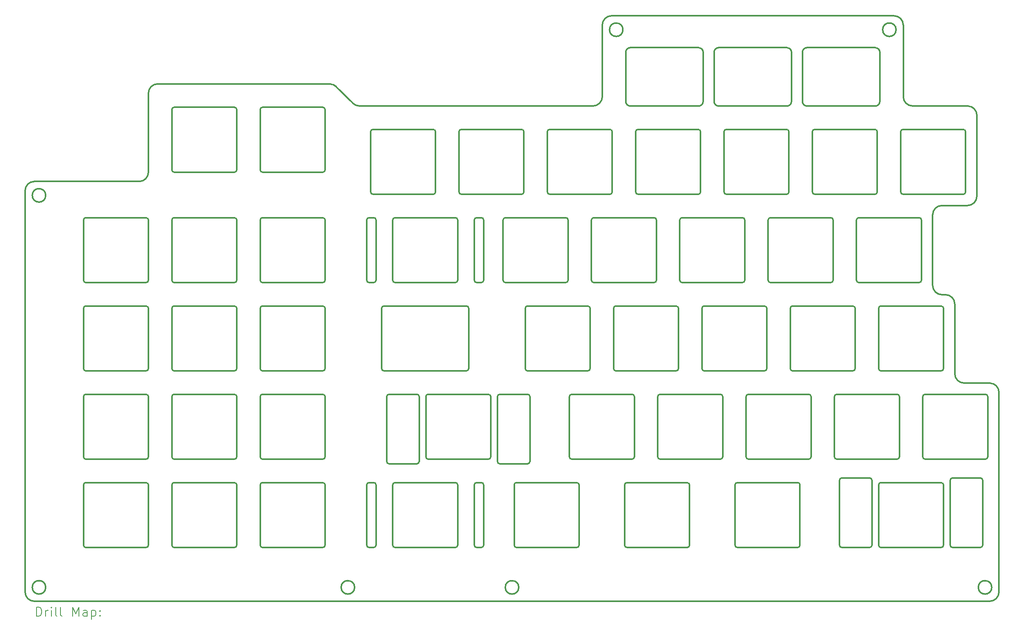
<source format=gbr>
%FSLAX45Y45*%
G04 Gerber Fmt 4.5, Leading zero omitted, Abs format (unit mm)*
G04 Created by KiCad (PCBNEW (6.0.5)) date 2022-07-28 20:29:28*
%MOMM*%
%LPD*%
G01*
G04 APERTURE LIST*
%TA.AperFunction,Profile*%
%ADD10C,0.300000*%
%TD*%
%ADD11C,0.200000*%
G04 APERTURE END LIST*
D10*
X10985620Y-9115000D02*
G75*
G03*
X10935625Y-9065000I-50000J0D01*
G01*
X13793125Y-7160000D02*
X12493125Y-7160000D01*
X18634375Y-8510000D02*
X18634375Y-7210000D01*
X21541875Y-5254995D02*
G75*
G03*
X21491875Y-5305000I5J-50005D01*
G01*
X9635625Y-7159995D02*
G75*
G03*
X9585625Y-7210000I5J-50005D01*
G01*
X9080620Y-12925000D02*
G75*
G03*
X9030625Y-12875000I-50000J0D01*
G01*
X23446875Y-5255000D02*
X24746875Y-5255000D01*
X11966880Y-6605000D02*
G75*
G03*
X12016875Y-6655000I50000J0D01*
G01*
X13871880Y-6605000D02*
G75*
G03*
X13921875Y-6655000I50000J0D01*
G01*
X18555625Y-10465005D02*
G75*
G03*
X18605625Y-10415000I-5J50005D01*
G01*
X15300630Y-10415000D02*
G75*
G03*
X15350625Y-10465000I50000J0D01*
G01*
X5825625Y-9064995D02*
G75*
G03*
X5775625Y-9115000I5J-50005D01*
G01*
X7175625Y-7210000D02*
X7175625Y-8510000D01*
X7125625Y-14275000D02*
X5825625Y-14275000D01*
X9585625Y-7210000D02*
X9585625Y-8510000D01*
X12493125Y-12874995D02*
G75*
G03*
X12443125Y-12925000I5J-50005D01*
G01*
X21463120Y-11020000D02*
G75*
G03*
X21413125Y-10970000I-50000J0D01*
G01*
X17467470Y-4652200D02*
G75*
G03*
X17567475Y-4752200I100000J0D01*
G01*
X22726825Y-14275000D02*
X22126825Y-14275000D01*
X14403125Y-14225000D02*
X14403125Y-12925000D01*
X19508125Y-12370005D02*
G75*
G03*
X19558125Y-12320000I-5J50005D01*
G01*
X12083120Y-12925000D02*
G75*
G03*
X12033125Y-12875000I-50000J0D01*
G01*
X10935625Y-14275005D02*
G75*
G03*
X10985625Y-14225000I-5J50005D01*
G01*
X14353125Y-8560005D02*
G75*
G03*
X14403125Y-8510000I-5J50005D01*
G01*
X22076830Y-14225000D02*
G75*
G03*
X22126825Y-14275000I50000J0D01*
G01*
X14507500Y-12370000D02*
X13207500Y-12370000D01*
X11883130Y-8510000D02*
G75*
G03*
X11933125Y-8560000I50000J0D01*
G01*
X17176870Y-5305000D02*
G75*
G03*
X17126875Y-5255000I-50000J0D01*
G01*
X13843120Y-12925000D02*
G75*
G03*
X13793125Y-12875000I-50000J0D01*
G01*
X15401300Y-11020000D02*
G75*
G03*
X15351300Y-10970000I-50010J-10D01*
G01*
X9080625Y-9115000D02*
X9080625Y-10415000D01*
X14081250Y-9115000D02*
G75*
G03*
X14031250Y-9065000I-50010J-10D01*
G01*
X14203125Y-8510000D02*
X14203125Y-7210000D01*
X7730625Y-4778745D02*
G75*
G03*
X7680625Y-4828750I5J-50005D01*
G01*
X21015625Y-10415000D02*
X21015625Y-9115000D01*
X15221875Y-5255000D02*
X13921875Y-5255000D01*
X13843125Y-8510000D02*
X13843125Y-7210000D01*
X9030625Y-12370000D02*
X7730625Y-12370000D01*
X7175625Y-4473750D02*
X7175625Y-6178750D01*
X19160625Y-9064995D02*
G75*
G03*
X19110625Y-9115000I5J-50005D01*
G01*
X21939370Y-7210000D02*
G75*
G03*
X21889375Y-7160000I-50000J0D01*
G01*
X15776880Y-6605000D02*
G75*
G03*
X15826875Y-6655000I50000J0D01*
G01*
X9635625Y-10969995D02*
G75*
G03*
X9585625Y-11020000I5J-50005D01*
G01*
X10935625Y-6178755D02*
G75*
G03*
X10985625Y-6128750I-5J50005D01*
G01*
X15112500Y-12875000D02*
X16412500Y-12875000D01*
X24320620Y-12925000D02*
G75*
G03*
X24270625Y-12875000I-50000J0D01*
G01*
X18684375Y-7160000D02*
X19984375Y-7160000D01*
X21491880Y-6605000D02*
G75*
G03*
X21541875Y-6655000I50000J0D01*
G01*
X13013700Y-12420000D02*
X13013700Y-11020000D01*
X12016875Y-5254995D02*
G75*
G03*
X11966875Y-5305000I5J-50005D01*
G01*
X12033125Y-12875000D02*
X11933125Y-12875000D01*
X16762475Y-4750000D02*
X11724606Y-4750000D01*
X9030625Y-6178750D02*
X7730625Y-6178750D01*
X25114425Y-14275000D02*
X24514425Y-14275000D01*
X20034370Y-7210000D02*
G75*
G03*
X19984375Y-7160000I-50000J0D01*
G01*
X23446875Y-5254995D02*
G75*
G03*
X23396875Y-5305000I5J-50005D01*
G01*
X12443125Y-7210000D02*
X12443125Y-8510000D01*
X11966875Y-6605000D02*
X11966875Y-5305000D01*
X23297475Y-3105000D02*
G75*
G03*
X23297475Y-3105000I-145000J0D01*
G01*
X13316875Y-6655000D02*
X12016875Y-6655000D01*
X4515620Y-15235000D02*
G75*
G03*
X4715625Y-15435000I200000J0D01*
G01*
X7730625Y-12874995D02*
G75*
G03*
X7680625Y-12925000I5J-50005D01*
G01*
X23452475Y-4550000D02*
X23452475Y-3005000D01*
X17567475Y-4752200D02*
X19037475Y-4752200D01*
X7175620Y-7210000D02*
G75*
G03*
X7125625Y-7160000I-50000J0D01*
G01*
X15351300Y-12470000D02*
X14751300Y-12470000D01*
X16729375Y-7210000D02*
X16729375Y-8510000D01*
X19636875Y-5254995D02*
G75*
G03*
X19586875Y-5305000I5J-50005D01*
G01*
X18079375Y-7160000D02*
X16779375Y-7160000D01*
X15401300Y-11020000D02*
X15401300Y-12420000D01*
X13207500Y-10970000D02*
G75*
G03*
X13157500Y-11020000I0J-50000D01*
G01*
X16224375Y-8510000D02*
X16224375Y-7210000D01*
X21541875Y-5255000D02*
X22841875Y-5255000D01*
X17493750Y-12875000D02*
X18793750Y-12875000D01*
X9635625Y-12370000D02*
X10935625Y-12370000D01*
X22444380Y-8510000D02*
G75*
G03*
X22494375Y-8560000I50000J0D01*
G01*
X7125625Y-12370000D02*
X5825625Y-12370000D01*
X9030625Y-14275005D02*
G75*
G03*
X9080625Y-14225000I-5J50005D01*
G01*
X14403120Y-12925000D02*
G75*
G03*
X14353125Y-12875000I-50000J0D01*
G01*
X24796870Y-5305000D02*
G75*
G03*
X24746875Y-5255000I-50000J0D01*
G01*
X22415620Y-9115000D02*
G75*
G03*
X22365625Y-9065000I-50000J0D01*
G01*
X22970625Y-9064995D02*
G75*
G03*
X22920625Y-9115000I5J-50005D01*
G01*
X18158130Y-12320000D02*
G75*
G03*
X18208125Y-12370000I50000J0D01*
G01*
X4960625Y-15135000D02*
G75*
G03*
X4960625Y-15135000I-145000J0D01*
G01*
X20589375Y-7160000D02*
X21889375Y-7160000D01*
X22365625Y-10465000D02*
X21065625Y-10465000D01*
X11883130Y-14225000D02*
G75*
G03*
X11933125Y-14275000I50000J0D01*
G01*
X5825625Y-12874995D02*
G75*
G03*
X5775625Y-12925000I5J-50005D01*
G01*
X12443130Y-8510000D02*
G75*
G03*
X12493125Y-8560000I50000J0D01*
G01*
X10935625Y-7160000D02*
X9635625Y-7160000D01*
X9030625Y-10465000D02*
X7730625Y-10465000D01*
X20063130Y-12320000D02*
G75*
G03*
X20113125Y-12370000I50000J0D01*
G01*
X10985620Y-12925000D02*
G75*
G03*
X10935625Y-12875000I-50000J0D01*
G01*
X7375625Y-4273755D02*
G75*
G03*
X7175625Y-4473750I-5J-199995D01*
G01*
X20539375Y-8510000D02*
X20539375Y-7210000D01*
X21968130Y-12320000D02*
G75*
G03*
X22018125Y-12370000I50000J0D01*
G01*
X5775625Y-8510000D02*
X5775625Y-7210000D01*
X7730625Y-4778750D02*
X9030625Y-4778750D01*
X16729380Y-8510000D02*
G75*
G03*
X16779375Y-8560000I50000J0D01*
G01*
X7175625Y-11020000D02*
X7175625Y-12320000D01*
X21889375Y-8560005D02*
G75*
G03*
X21939375Y-8510000I-5J50005D01*
G01*
X19875000Y-12875000D02*
G75*
G03*
X19825000Y-12925000I0J-50000D01*
G01*
X11933125Y-14275000D02*
X12033125Y-14275000D01*
X17681875Y-5305000D02*
X17681875Y-6605000D01*
X15062500Y-14225000D02*
G75*
G03*
X15112500Y-14275000I50010J10D01*
G01*
X9080625Y-8510000D02*
X9080625Y-7210000D01*
X19875000Y-14275000D02*
X21175000Y-14275000D01*
X24464430Y-14225000D02*
G75*
G03*
X24514425Y-14275000I50000J0D01*
G01*
X23873130Y-12320000D02*
G75*
G03*
X23923125Y-12370000I50000J0D01*
G01*
X9585625Y-12925000D02*
X9585625Y-14225000D01*
X10985625Y-9115000D02*
X10985625Y-10415000D01*
X7680625Y-14225000D02*
X7680625Y-12925000D01*
X10985625Y-6128750D02*
X10985625Y-4828750D01*
X23368120Y-11020000D02*
G75*
G03*
X23318125Y-10970000I-50000J0D01*
G01*
X19558125Y-11020000D02*
X19558125Y-12320000D01*
X20539380Y-8510000D02*
G75*
G03*
X20589375Y-8560000I50000J0D01*
G01*
X25360625Y-15135000D02*
G75*
G03*
X25360625Y-15135000I-145000J0D01*
G01*
X14751300Y-10970000D02*
X15351300Y-10970000D01*
X15350625Y-10465000D02*
X16650625Y-10465000D01*
X22776820Y-12825000D02*
G75*
G03*
X22726825Y-12775000I-50000J0D01*
G01*
X16650625Y-10465005D02*
G75*
G03*
X16700625Y-10415000I-5J50005D01*
G01*
X5775630Y-14225000D02*
G75*
G03*
X5825625Y-14275000I50000J0D01*
G01*
X4960625Y-6678750D02*
G75*
G03*
X4960625Y-6678750I-145000J0D01*
G01*
X23923125Y-10970000D02*
X25223125Y-10970000D01*
X12205000Y-10415000D02*
G75*
G03*
X12255000Y-10465000I50010J10D01*
G01*
X13157500Y-12320000D02*
G75*
G03*
X13207500Y-12370000I50010J10D01*
G01*
X16174375Y-8560005D02*
G75*
G03*
X16224375Y-8510000I-5J50005D01*
G01*
X17731875Y-5254995D02*
G75*
G03*
X17681875Y-5305000I5J-50005D01*
G01*
X19636875Y-5255000D02*
X20936875Y-5255000D01*
X21491875Y-6605000D02*
X21491875Y-5305000D01*
X13207500Y-10970000D02*
X14507500Y-10970000D01*
X14874375Y-8560000D02*
X16174375Y-8560000D01*
X16779375Y-7159995D02*
G75*
G03*
X16729375Y-7210000I5J-50005D01*
G01*
X19472475Y-3492205D02*
G75*
G03*
X19372475Y-3592200I-5J-99995D01*
G01*
X14701300Y-12420000D02*
X14701300Y-11020000D01*
X19081875Y-6605000D02*
X19081875Y-5305000D01*
X22365625Y-10465005D02*
G75*
G03*
X22415625Y-10415000I-5J50005D01*
G01*
X25515625Y-15235000D02*
X25515625Y-10927500D01*
X14353125Y-8560000D02*
X14253125Y-8560000D01*
X15826875Y-5254995D02*
G75*
G03*
X15776875Y-5305000I5J-50005D01*
G01*
X24320625Y-10415000D02*
X24320625Y-9115000D01*
X9080625Y-12925000D02*
X9080625Y-14225000D01*
X19586875Y-6605000D02*
X19586875Y-5305000D01*
X6975625Y-6378750D02*
X4715625Y-6378750D01*
X18129375Y-8510000D02*
X18129375Y-7210000D01*
X20942475Y-3492200D02*
X19472475Y-3492200D01*
X6975625Y-6378745D02*
G75*
G03*
X7175625Y-6178750I5J199995D01*
G01*
X14081250Y-10415000D02*
X14081250Y-9115000D01*
X16253125Y-11020000D02*
X16253125Y-12320000D01*
X12313700Y-12420000D02*
G75*
G03*
X12363700Y-12470000I50010J10D01*
G01*
X21015630Y-10415000D02*
G75*
G03*
X21065625Y-10465000I50000J0D01*
G01*
X14031250Y-10465000D02*
G75*
G03*
X14081250Y-10415000I0J50000D01*
G01*
X21277470Y-4652200D02*
G75*
G03*
X21377475Y-4752200I100000J0D01*
G01*
X18843750Y-12925000D02*
G75*
G03*
X18793750Y-12875000I-50010J-10D01*
G01*
X24270625Y-14275005D02*
G75*
G03*
X24320625Y-14225000I-5J50005D01*
G01*
X19472475Y-4752200D02*
X20942475Y-4752200D01*
X24514425Y-12774995D02*
G75*
G03*
X24464425Y-12825000I5J-50005D01*
G01*
X15351300Y-12470000D02*
G75*
G03*
X15401300Y-12420000I0J50000D01*
G01*
X9585630Y-12320000D02*
G75*
G03*
X9635625Y-12370000I50000J0D01*
G01*
X9080620Y-9115000D02*
G75*
G03*
X9030625Y-9065000I-50000J0D01*
G01*
X22776825Y-12825000D02*
X22776825Y-14225000D01*
X16174375Y-7160000D02*
X14874375Y-7160000D01*
X10985625Y-14225000D02*
X10985625Y-12925000D01*
X23794375Y-7160000D02*
X22494375Y-7160000D01*
X9635625Y-12874995D02*
G75*
G03*
X9585625Y-12925000I5J-50005D01*
G01*
X7175625Y-9115000D02*
X7175625Y-10415000D01*
X12083125Y-8510000D02*
X12083125Y-7210000D01*
X19984375Y-8560005D02*
G75*
G03*
X20034375Y-8510000I-5J50005D01*
G01*
X19081870Y-5305000D02*
G75*
G03*
X19031875Y-5255000I-50000J0D01*
G01*
X5775630Y-10415000D02*
G75*
G03*
X5825625Y-10465000I50000J0D01*
G01*
X13366875Y-5305000D02*
X13366875Y-6605000D01*
X4715625Y-6378755D02*
G75*
G03*
X4515625Y-6578750I-5J-199995D01*
G01*
X9030625Y-12370005D02*
G75*
G03*
X9080625Y-12320000I-5J50005D01*
G01*
X7730625Y-9065000D02*
X9030625Y-9065000D01*
X7730625Y-10970000D02*
X9030625Y-10970000D01*
X13366870Y-5305000D02*
G75*
G03*
X13316875Y-5255000I-50000J0D01*
G01*
X24563120Y-10527500D02*
G75*
G03*
X24763125Y-10727500I200000J0D01*
G01*
X12033125Y-7160000D02*
X11933125Y-7160000D01*
X23794375Y-8560005D02*
G75*
G03*
X23844375Y-8510000I-5J50005D01*
G01*
X22076825Y-14225000D02*
X22076825Y-12825000D01*
X19372475Y-3592200D02*
X19372475Y-4652200D01*
X12493125Y-7159995D02*
G75*
G03*
X12443125Y-7210000I5J-50005D01*
G01*
X16253130Y-12320000D02*
G75*
G03*
X16303125Y-12370000I50000J0D01*
G01*
X25273120Y-11020000D02*
G75*
G03*
X25223125Y-10970000I-50000J0D01*
G01*
X18843750Y-12925000D02*
X18843750Y-14225000D01*
X22847475Y-4752195D02*
G75*
G03*
X22947475Y-4652200I5J99995D01*
G01*
X7125625Y-8560005D02*
G75*
G03*
X7175625Y-8510000I-5J50005D01*
G01*
X23396880Y-6605000D02*
G75*
G03*
X23446875Y-6655000I50000J0D01*
G01*
X21377475Y-3492205D02*
G75*
G03*
X21277475Y-3592200I-5J-99995D01*
G01*
X19037475Y-4752195D02*
G75*
G03*
X19137475Y-4652200I5J99995D01*
G01*
X19508125Y-12370000D02*
X18208125Y-12370000D01*
X23873125Y-12320000D02*
X23873125Y-11020000D01*
X16650625Y-9065000D02*
X15350625Y-9065000D01*
X13921875Y-6655000D02*
X15221875Y-6655000D01*
X16700625Y-10415000D02*
X16700625Y-9115000D01*
X17205625Y-9115000D02*
X17205625Y-10415000D01*
X5825625Y-9065000D02*
X7125625Y-9065000D01*
X19586880Y-6605000D02*
G75*
G03*
X19636875Y-6655000I50000J0D01*
G01*
X24796875Y-5305000D02*
X24796875Y-6605000D01*
X19031875Y-6655005D02*
G75*
G03*
X19081875Y-6605000I-5J50005D01*
G01*
X18605625Y-10415000D02*
X18605625Y-9115000D01*
X18555625Y-9065000D02*
X17255625Y-9065000D01*
X20589375Y-7159995D02*
G75*
G03*
X20539375Y-7210000I5J-50005D01*
G01*
X24746875Y-6655000D02*
X23446875Y-6655000D01*
X18079375Y-8560005D02*
G75*
G03*
X18129375Y-8510000I-5J50005D01*
G01*
X14253125Y-7159995D02*
G75*
G03*
X14203125Y-7210000I5J-50005D01*
G01*
X22920625Y-12925000D02*
X22920625Y-14225000D01*
X7680630Y-10415000D02*
G75*
G03*
X7730625Y-10465000I50000J0D01*
G01*
X12255000Y-10465000D02*
X14031250Y-10465000D01*
X16962475Y-3005000D02*
X16962475Y-4550000D01*
X11583184Y-4691422D02*
G75*
G03*
X11724606Y-4750000I141416J141412D01*
G01*
X9635625Y-6178750D02*
X10935625Y-6178750D01*
X17176875Y-5305000D02*
X17176875Y-6605000D01*
X24270625Y-12875000D02*
X22970625Y-12875000D01*
X5825625Y-10969995D02*
G75*
G03*
X5775625Y-11020000I5J-50005D01*
G01*
X19372470Y-4652200D02*
G75*
G03*
X19472475Y-4752200I100000J0D01*
G01*
X22444375Y-7210000D02*
X22444375Y-8510000D01*
X19825000Y-14225000D02*
G75*
G03*
X19875000Y-14275000I50010J10D01*
G01*
X9080625Y-11020000D02*
X9080625Y-12320000D01*
X14031250Y-9065000D02*
X12255000Y-9065000D01*
X13871875Y-5305000D02*
X13871875Y-6605000D01*
X20113125Y-10969995D02*
G75*
G03*
X20063125Y-11020000I5J-50005D01*
G01*
X20510625Y-9115000D02*
X20510625Y-10415000D01*
X25039380Y-4950000D02*
G75*
G03*
X24839375Y-4750000I-200000J0D01*
G01*
X10935625Y-8560005D02*
G75*
G03*
X10985625Y-8510000I-5J50005D01*
G01*
X22947480Y-3592200D02*
G75*
G03*
X22847475Y-3492200I-100000J0D01*
G01*
X5825625Y-10970000D02*
X7125625Y-10970000D01*
X25223125Y-12370000D02*
X23923125Y-12370000D01*
X12963700Y-12470000D02*
G75*
G03*
X13013700Y-12420000I0J50000D01*
G01*
X14824380Y-8510000D02*
G75*
G03*
X14874375Y-8560000I50000J0D01*
G01*
X17567475Y-3492205D02*
G75*
G03*
X17467475Y-3592200I-5J-99995D01*
G01*
X13793125Y-8560005D02*
G75*
G03*
X13843125Y-8510000I-5J50005D01*
G01*
X5775630Y-8510000D02*
G75*
G03*
X5825625Y-8560000I50000J0D01*
G01*
X24270625Y-10465005D02*
G75*
G03*
X24320625Y-10415000I-5J50005D01*
G01*
X14403125Y-7210000D02*
X14403125Y-8510000D01*
X15271870Y-5305000D02*
G75*
G03*
X15221875Y-5255000I-50000J0D01*
G01*
X12443125Y-14225000D02*
X12443125Y-12925000D01*
X24086870Y-8622500D02*
G75*
G03*
X24286875Y-8822500I200000J0D01*
G01*
X14253125Y-7160000D02*
X14353125Y-7160000D01*
X21463125Y-12320000D02*
X21463125Y-11020000D01*
X9030625Y-14275000D02*
X7730625Y-14275000D01*
X24286875Y-6897500D02*
X24839375Y-6897500D01*
X19037475Y-3492200D02*
X17567475Y-3492200D01*
X16762475Y-4749995D02*
G75*
G03*
X16962475Y-4550000I5J199995D01*
G01*
X22018125Y-10969995D02*
G75*
G03*
X21968125Y-11020000I5J-50005D01*
G01*
X9585630Y-8510000D02*
G75*
G03*
X9635625Y-8560000I50000J0D01*
G01*
X5825625Y-7160000D02*
X7125625Y-7160000D01*
X22494375Y-7159995D02*
G75*
G03*
X22444375Y-7210000I5J-50005D01*
G01*
X12033125Y-14275005D02*
G75*
G03*
X12083125Y-14225000I-5J50005D01*
G01*
X16462500Y-12925000D02*
G75*
G03*
X16412500Y-12875000I-50010J-10D01*
G01*
X10935625Y-4778750D02*
X9635625Y-4778750D01*
X11933125Y-8560000D02*
X12033125Y-8560000D01*
X14203125Y-12925000D02*
X14203125Y-14225000D01*
X15350625Y-9064995D02*
G75*
G03*
X15300625Y-9115000I5J-50005D01*
G01*
X19110630Y-10415000D02*
G75*
G03*
X19160625Y-10465000I50000J0D01*
G01*
X25273125Y-11020000D02*
X25273125Y-12320000D01*
X21065625Y-9065000D02*
X22365625Y-9065000D01*
X12493125Y-8560000D02*
X13793125Y-8560000D01*
X20460625Y-10465005D02*
G75*
G03*
X20510625Y-10415000I-5J50005D01*
G01*
X7125625Y-12370005D02*
G75*
G03*
X7175625Y-12320000I-5J50005D01*
G01*
X19160625Y-9065000D02*
X20460625Y-9065000D01*
X23452470Y-4550000D02*
G75*
G03*
X23652475Y-4750000I200000J0D01*
G01*
X22920630Y-10415000D02*
G75*
G03*
X22970625Y-10465000I50000J0D01*
G01*
X18605620Y-9115000D02*
G75*
G03*
X18555625Y-9065000I-50000J0D01*
G01*
X19110625Y-10415000D02*
X19110625Y-9115000D01*
X25039375Y-6697500D02*
X25039375Y-4950000D01*
X9080620Y-7210000D02*
G75*
G03*
X9030625Y-7160000I-50000J0D01*
G01*
X11883125Y-12925000D02*
X11883125Y-14225000D01*
X5775630Y-12320000D02*
G75*
G03*
X5825625Y-12370000I50000J0D01*
G01*
X18208125Y-10969995D02*
G75*
G03*
X18158125Y-11020000I5J-50005D01*
G01*
X21277475Y-3592200D02*
X21277475Y-4652200D01*
X9080620Y-11020000D02*
G75*
G03*
X9030625Y-10970000I-50000J0D01*
G01*
X18208125Y-10970000D02*
X19508125Y-10970000D01*
X4715625Y-15435000D02*
X25315625Y-15435000D01*
X5775625Y-10415000D02*
X5775625Y-9115000D01*
X24839375Y-4750000D02*
X23652475Y-4750000D01*
X7125625Y-14275005D02*
G75*
G03*
X7175625Y-14225000I-5J50005D01*
G01*
X18684375Y-7159995D02*
G75*
G03*
X18634375Y-7210000I5J-50005D01*
G01*
X10985620Y-7210000D02*
G75*
G03*
X10935625Y-7160000I-50000J0D01*
G01*
X11224093Y-4332328D02*
G75*
G03*
X11082671Y-4273750I-141413J-141402D01*
G01*
X23368125Y-11020000D02*
X23368125Y-12320000D01*
X12033125Y-8560005D02*
G75*
G03*
X12083125Y-8510000I-5J50005D01*
G01*
X13921875Y-5254995D02*
G75*
G03*
X13871875Y-5305000I5J-50005D01*
G01*
X11082671Y-4273750D02*
X7375625Y-4273750D01*
X15826875Y-5255000D02*
X17126875Y-5255000D01*
X17255625Y-9064995D02*
G75*
G03*
X17205625Y-9115000I5J-50005D01*
G01*
X13843120Y-7210000D02*
G75*
G03*
X13793125Y-7160000I-50000J0D01*
G01*
X9030625Y-6178755D02*
G75*
G03*
X9080625Y-6128750I-5J50005D01*
G01*
X12493125Y-12875000D02*
X13793125Y-12875000D01*
X7730625Y-8560000D02*
X9030625Y-8560000D01*
X14353125Y-12875000D02*
X14253125Y-12875000D01*
X21175000Y-12875000D02*
X19875000Y-12875000D01*
X22126825Y-12775000D02*
X22726825Y-12775000D01*
X21175000Y-14275000D02*
G75*
G03*
X21225000Y-14225000I0J50000D01*
G01*
X12016875Y-5255000D02*
X13316875Y-5255000D01*
X9635625Y-8560000D02*
X10935625Y-8560000D01*
X9585630Y-6128750D02*
G75*
G03*
X9635625Y-6178750I50000J0D01*
G01*
X15221875Y-6655005D02*
G75*
G03*
X15271875Y-6605000I-5J50005D01*
G01*
X14824375Y-7210000D02*
X14824375Y-8510000D01*
X7730625Y-10969995D02*
G75*
G03*
X7680625Y-11020000I5J-50005D01*
G01*
X23396875Y-6605000D02*
X23396875Y-5305000D01*
X24839375Y-6897495D02*
G75*
G03*
X25039375Y-6697500I5J199995D01*
G01*
X25515630Y-10927500D02*
G75*
G03*
X25315625Y-10727500I-200000J0D01*
G01*
X24270625Y-9065000D02*
X22970625Y-9065000D01*
X10985620Y-11020000D02*
G75*
G03*
X10935625Y-10970000I-50000J0D01*
G01*
X7680625Y-6128750D02*
X7680625Y-4828750D01*
X9585625Y-11020000D02*
X9585625Y-12320000D01*
X10935625Y-12370005D02*
G75*
G03*
X10985625Y-12320000I-5J50005D01*
G01*
X17443750Y-14225000D02*
X17443750Y-12925000D01*
X22891870Y-5305000D02*
G75*
G03*
X22841875Y-5255000I-50000J0D01*
G01*
X24464425Y-14225000D02*
X24464425Y-12825000D01*
X25223125Y-12370005D02*
G75*
G03*
X25273125Y-12320000I-5J50005D01*
G01*
X22018125Y-10970000D02*
X23318125Y-10970000D01*
X9030625Y-8560005D02*
G75*
G03*
X9080625Y-8510000I-5J50005D01*
G01*
X23318125Y-12370005D02*
G75*
G03*
X23368125Y-12320000I-5J50005D01*
G01*
X7680630Y-12320000D02*
G75*
G03*
X7730625Y-12370000I50000J0D01*
G01*
X22415625Y-9115000D02*
X22415625Y-10415000D01*
X7680625Y-12320000D02*
X7680625Y-11020000D01*
X16700620Y-9115000D02*
G75*
G03*
X16650625Y-9065000I-50000J0D01*
G01*
X12205000Y-9115000D02*
X12205000Y-10415000D01*
X22970625Y-12874995D02*
G75*
G03*
X22920625Y-12925000I5J-50005D01*
G01*
X21065625Y-9064995D02*
G75*
G03*
X21015625Y-9115000I5J-50005D01*
G01*
X14253125Y-12874995D02*
G75*
G03*
X14203125Y-12925000I5J-50005D01*
G01*
X11621250Y-15135000D02*
G75*
G03*
X11621250Y-15135000I-145000J0D01*
G01*
X16303125Y-12370000D02*
X17603125Y-12370000D01*
X16224370Y-7210000D02*
G75*
G03*
X16174375Y-7160000I-50000J0D01*
G01*
X17255625Y-10465000D02*
X18555625Y-10465000D01*
X20063125Y-11020000D02*
X20063125Y-12320000D01*
X17603125Y-10970000D02*
X16303125Y-10970000D01*
X17126875Y-6655000D02*
X15826875Y-6655000D01*
X17407475Y-3105000D02*
G75*
G03*
X17407475Y-3105000I-145000J0D01*
G01*
X21225000Y-14225000D02*
X21225000Y-12925000D01*
X7175620Y-11020000D02*
G75*
G03*
X7125625Y-10970000I-50000J0D01*
G01*
X20034375Y-7210000D02*
X20034375Y-8510000D01*
X20510620Y-9115000D02*
G75*
G03*
X20460625Y-9065000I-50000J0D01*
G01*
X16412500Y-14275000D02*
G75*
G03*
X16462500Y-14225000I0J50000D01*
G01*
X19137480Y-3592200D02*
G75*
G03*
X19037475Y-3492200I-100000J0D01*
G01*
X9635625Y-4778745D02*
G75*
G03*
X9585625Y-4828750I5J-50005D01*
G01*
X23452480Y-3005000D02*
G75*
G03*
X23252475Y-2805000I-200000J0D01*
G01*
X7680625Y-10415000D02*
X7680625Y-9115000D01*
X9585625Y-4828750D02*
X9585625Y-6128750D01*
X20986870Y-5305000D02*
G75*
G03*
X20936875Y-5255000I-50000J0D01*
G01*
X22847475Y-3492200D02*
X21377475Y-3492200D01*
X13793125Y-14275000D02*
X12493125Y-14275000D01*
X14353125Y-14275005D02*
G75*
G03*
X14403125Y-14225000I-5J50005D01*
G01*
X7175620Y-12925000D02*
G75*
G03*
X7125625Y-12875000I-50000J0D01*
G01*
X19558120Y-11020000D02*
G75*
G03*
X19508125Y-10970000I-50000J0D01*
G01*
X24320625Y-14225000D02*
X24320625Y-12925000D01*
X21968125Y-12320000D02*
X21968125Y-11020000D01*
X25114425Y-14275005D02*
G75*
G03*
X25164425Y-14225000I-5J50005D01*
G01*
X16412500Y-14275000D02*
X15112500Y-14275000D01*
X10985625Y-12320000D02*
X10985625Y-11020000D01*
X11933125Y-7159995D02*
G75*
G03*
X11883125Y-7210000I5J-50005D01*
G01*
X5825625Y-12875000D02*
X7125625Y-12875000D01*
X13316875Y-6655005D02*
G75*
G03*
X13366875Y-6605000I-5J50005D01*
G01*
X22726825Y-14275005D02*
G75*
G03*
X22776825Y-14225000I-5J50005D01*
G01*
X7680630Y-8510000D02*
G75*
G03*
X7730625Y-8560000I50000J0D01*
G01*
X24286875Y-6897505D02*
G75*
G03*
X24086875Y-7097500I-5J-199995D01*
G01*
X11883125Y-7210000D02*
X11883125Y-8510000D01*
X7125625Y-10465005D02*
G75*
G03*
X7175625Y-10415000I-5J50005D01*
G01*
X12443130Y-14225000D02*
G75*
G03*
X12493125Y-14275000I50000J0D01*
G01*
X9635625Y-14275000D02*
X10935625Y-14275000D01*
X10935625Y-10465005D02*
G75*
G03*
X10985625Y-10415000I-5J50005D01*
G01*
X14701300Y-12420000D02*
G75*
G03*
X14751300Y-12470000I50010J10D01*
G01*
X13843125Y-12925000D02*
X13843125Y-14225000D01*
X25164420Y-12825000D02*
G75*
G03*
X25114425Y-12775000I-50000J0D01*
G01*
X9030625Y-7160000D02*
X7730625Y-7160000D01*
X24746875Y-6655005D02*
G75*
G03*
X24796875Y-6605000I-5J50005D01*
G01*
X24363125Y-8822500D02*
X24286875Y-8822500D01*
X22891875Y-5305000D02*
X22891875Y-6605000D01*
X21889375Y-8560000D02*
X20589375Y-8560000D01*
X19137475Y-4652200D02*
X19137475Y-3592200D01*
X13157500Y-12320000D02*
X13157500Y-11020000D01*
X22920625Y-9115000D02*
X22920625Y-10415000D01*
X17731875Y-6655000D02*
X19031875Y-6655000D01*
X7125625Y-8560000D02*
X5825625Y-8560000D01*
X24320620Y-9115000D02*
G75*
G03*
X24270625Y-9065000I-50000J0D01*
G01*
X11583185Y-4691421D02*
X11224092Y-4332329D01*
X20986875Y-5305000D02*
X20986875Y-6605000D01*
X17653120Y-11020000D02*
G75*
G03*
X17603125Y-10970000I-50000J0D01*
G01*
X20942475Y-4752195D02*
G75*
G03*
X21042475Y-4652200I5J99995D01*
G01*
X9585630Y-10415000D02*
G75*
G03*
X9635625Y-10465000I50000J0D01*
G01*
X16462500Y-12925000D02*
X16462500Y-14225000D01*
X16303125Y-10969995D02*
G75*
G03*
X16253125Y-11020000I5J-50005D01*
G01*
X17603125Y-12370005D02*
G75*
G03*
X17653125Y-12320000I-5J50005D01*
G01*
X5775625Y-14225000D02*
X5775625Y-12925000D01*
X23252475Y-2805000D02*
X17162475Y-2805000D01*
X4515625Y-6578750D02*
X4515625Y-15235000D01*
X24086875Y-8622500D02*
X24086875Y-7097500D01*
X17126875Y-6655005D02*
G75*
G03*
X17176875Y-6605000I-5J50005D01*
G01*
X18634380Y-8510000D02*
G75*
G03*
X18684375Y-8560000I50000J0D01*
G01*
X15160625Y-15135000D02*
G75*
G03*
X15160625Y-15135000I-145000J0D01*
G01*
X22126825Y-12774995D02*
G75*
G03*
X22076825Y-12825000I5J-50005D01*
G01*
X9635625Y-9065000D02*
X10935625Y-9065000D01*
X23844375Y-8510000D02*
X23844375Y-7210000D01*
X15271875Y-6605000D02*
X15271875Y-5305000D01*
X20460625Y-10465000D02*
X19160625Y-10465000D01*
X13793125Y-14275005D02*
G75*
G03*
X13843125Y-14225000I-5J50005D01*
G01*
X10985625Y-8510000D02*
X10985625Y-7210000D01*
X23844370Y-7210000D02*
G75*
G03*
X23794375Y-7160000I-50000J0D01*
G01*
X11933125Y-12874995D02*
G75*
G03*
X11883125Y-12925000I5J-50005D01*
G01*
X14751300Y-10970000D02*
G75*
G03*
X14701300Y-11020000I0J-50000D01*
G01*
X22947475Y-4652200D02*
X22947475Y-3592200D01*
X5825625Y-7159995D02*
G75*
G03*
X5775625Y-7210000I5J-50005D01*
G01*
X15062500Y-14225000D02*
X15062500Y-12925000D01*
X22970625Y-14275000D02*
X24270625Y-14275000D01*
X7125625Y-10465000D02*
X5825625Y-10465000D01*
X18158125Y-12320000D02*
X18158125Y-11020000D01*
X12083125Y-14225000D02*
X12083125Y-12925000D01*
X7175625Y-12925000D02*
X7175625Y-14225000D01*
X9635625Y-9064995D02*
G75*
G03*
X9585625Y-9115000I5J-50005D01*
G01*
X17443750Y-14225000D02*
G75*
G03*
X17493750Y-14275000I50010J10D01*
G01*
X20936875Y-6655000D02*
X19636875Y-6655000D01*
X14507500Y-12370000D02*
G75*
G03*
X14557500Y-12320000I0J50000D01*
G01*
X12313700Y-11020000D02*
X12313700Y-12420000D01*
X7680625Y-7210000D02*
X7680625Y-8510000D01*
X12255000Y-9065000D02*
G75*
G03*
X12205000Y-9115000I0J-50000D01*
G01*
X25315625Y-10727500D02*
X24763125Y-10727500D01*
X13013700Y-11020000D02*
G75*
G03*
X12963700Y-10970000I-50010J-10D01*
G01*
X15776875Y-6605000D02*
X15776875Y-5305000D01*
X14557500Y-11020000D02*
X14557500Y-12320000D01*
X22494375Y-8560000D02*
X23794375Y-8560000D01*
X25315625Y-15434995D02*
G75*
G03*
X25515625Y-15235000I5J199995D01*
G01*
X7175620Y-9115000D02*
G75*
G03*
X7125625Y-9065000I-50000J0D01*
G01*
X18793750Y-14275000D02*
X17493750Y-14275000D01*
X10935625Y-12875000D02*
X9635625Y-12875000D01*
X19825000Y-12925000D02*
X19825000Y-14225000D01*
X22841875Y-6655005D02*
G75*
G03*
X22891875Y-6605000I-5J50005D01*
G01*
X17653125Y-12320000D02*
X17653125Y-11020000D01*
X17205630Y-10415000D02*
G75*
G03*
X17255625Y-10465000I50000J0D01*
G01*
X9080625Y-4828750D02*
X9080625Y-6128750D01*
X15112500Y-12875000D02*
G75*
G03*
X15062500Y-12925000I0J-50000D01*
G01*
X25164425Y-12825000D02*
X25164425Y-14225000D01*
X7730625Y-7159995D02*
G75*
G03*
X7680625Y-7210000I5J-50005D01*
G01*
X24563125Y-10527500D02*
X24563125Y-9022500D01*
X22920630Y-14225000D02*
G75*
G03*
X22970625Y-14275000I50000J0D01*
G01*
X14253125Y-14275000D02*
X14353125Y-14275000D01*
X10985620Y-4828750D02*
G75*
G03*
X10935625Y-4778750I-50000J0D01*
G01*
X14557500Y-11020000D02*
G75*
G03*
X14507500Y-10970000I-50010J-10D01*
G01*
X21042480Y-3592200D02*
G75*
G03*
X20942475Y-3492200I-100000J0D01*
G01*
X12363700Y-12470000D02*
X12963700Y-12470000D01*
X12083120Y-7210000D02*
G75*
G03*
X12033125Y-7160000I-50000J0D01*
G01*
X7680630Y-6128750D02*
G75*
G03*
X7730625Y-6178750I50000J0D01*
G01*
X7730625Y-12875000D02*
X9030625Y-12875000D01*
X17493750Y-12875000D02*
G75*
G03*
X17443750Y-12925000I0J-50000D01*
G01*
X10935625Y-10970000D02*
X9635625Y-10970000D01*
X12963700Y-10970000D02*
X12363700Y-10970000D01*
X21225000Y-12925000D02*
G75*
G03*
X21175000Y-12875000I-50010J-10D01*
G01*
X22970625Y-10465000D02*
X24270625Y-10465000D01*
X12363700Y-10970000D02*
G75*
G03*
X12313700Y-11020000I0J-50000D01*
G01*
X23923125Y-10969995D02*
G75*
G03*
X23873125Y-11020000I5J-50005D01*
G01*
X20113125Y-12370000D02*
X21413125Y-12370000D01*
X20936875Y-6655005D02*
G75*
G03*
X20986875Y-6605000I-5J50005D01*
G01*
X21377475Y-4752200D02*
X22847475Y-4752200D01*
X9585625Y-10415000D02*
X9585625Y-9115000D01*
X24514425Y-12775000D02*
X25114425Y-12775000D01*
X9585630Y-14225000D02*
G75*
G03*
X9635625Y-14275000I50000J0D01*
G01*
X22841875Y-6655000D02*
X21541875Y-6655000D01*
X21042475Y-4652200D02*
X21042475Y-3592200D01*
X24563130Y-9022500D02*
G75*
G03*
X24363125Y-8822500I-200000J0D01*
G01*
X17467475Y-3592200D02*
X17467475Y-4652200D01*
X14203130Y-8510000D02*
G75*
G03*
X14253125Y-8560000I50000J0D01*
G01*
X5775625Y-12320000D02*
X5775625Y-11020000D01*
X21413125Y-10970000D02*
X20113125Y-10970000D01*
X21939375Y-7210000D02*
X21939375Y-8510000D01*
X9030625Y-10465005D02*
G75*
G03*
X9080625Y-10415000I-5J50005D01*
G01*
X17681880Y-6605000D02*
G75*
G03*
X17731875Y-6655000I50000J0D01*
G01*
X19984375Y-8560000D02*
X18684375Y-8560000D01*
X14203130Y-14225000D02*
G75*
G03*
X14253125Y-14275000I50000J0D01*
G01*
X16779375Y-8560000D02*
X18079375Y-8560000D01*
X18793750Y-14275000D02*
G75*
G03*
X18843750Y-14225000I0J50000D01*
G01*
X9080620Y-4828750D02*
G75*
G03*
X9030625Y-4778750I-50000J0D01*
G01*
X10935625Y-10465000D02*
X9635625Y-10465000D01*
X23318125Y-12370000D02*
X22018125Y-12370000D01*
X15300625Y-9115000D02*
X15300625Y-10415000D01*
X18129370Y-7210000D02*
G75*
G03*
X18079375Y-7160000I-50000J0D01*
G01*
X7730625Y-9064995D02*
G75*
G03*
X7680625Y-9115000I5J-50005D01*
G01*
X17162475Y-2805005D02*
G75*
G03*
X16962475Y-3005000I-5J-199995D01*
G01*
X14403120Y-7210000D02*
G75*
G03*
X14353125Y-7160000I-50000J0D01*
G01*
X19031875Y-5255000D02*
X17731875Y-5255000D01*
X21413125Y-12370005D02*
G75*
G03*
X21463125Y-12320000I-5J50005D01*
G01*
X7680630Y-14225000D02*
G75*
G03*
X7730625Y-14275000I50000J0D01*
G01*
X14874375Y-7159995D02*
G75*
G03*
X14824375Y-7210000I5J-50005D01*
G01*
D11*
X4758244Y-15760476D02*
X4758244Y-15560476D01*
X4805863Y-15560476D01*
X4834435Y-15570000D01*
X4853482Y-15589048D01*
X4863006Y-15608095D01*
X4872530Y-15646190D01*
X4872530Y-15674762D01*
X4863006Y-15712857D01*
X4853482Y-15731905D01*
X4834435Y-15750952D01*
X4805863Y-15760476D01*
X4758244Y-15760476D01*
X4958244Y-15760476D02*
X4958244Y-15627143D01*
X4958244Y-15665238D02*
X4967768Y-15646190D01*
X4977292Y-15636667D01*
X4996339Y-15627143D01*
X5015387Y-15627143D01*
X5082054Y-15760476D02*
X5082054Y-15627143D01*
X5082054Y-15560476D02*
X5072530Y-15570000D01*
X5082054Y-15579524D01*
X5091577Y-15570000D01*
X5082054Y-15560476D01*
X5082054Y-15579524D01*
X5205863Y-15760476D02*
X5186815Y-15750952D01*
X5177292Y-15731905D01*
X5177292Y-15560476D01*
X5310625Y-15760476D02*
X5291577Y-15750952D01*
X5282054Y-15731905D01*
X5282054Y-15560476D01*
X5539196Y-15760476D02*
X5539196Y-15560476D01*
X5605863Y-15703333D01*
X5672530Y-15560476D01*
X5672530Y-15760476D01*
X5853482Y-15760476D02*
X5853482Y-15655714D01*
X5843958Y-15636667D01*
X5824911Y-15627143D01*
X5786815Y-15627143D01*
X5767768Y-15636667D01*
X5853482Y-15750952D02*
X5834434Y-15760476D01*
X5786815Y-15760476D01*
X5767768Y-15750952D01*
X5758244Y-15731905D01*
X5758244Y-15712857D01*
X5767768Y-15693809D01*
X5786815Y-15684286D01*
X5834434Y-15684286D01*
X5853482Y-15674762D01*
X5948720Y-15627143D02*
X5948720Y-15827143D01*
X5948720Y-15636667D02*
X5967768Y-15627143D01*
X6005863Y-15627143D01*
X6024911Y-15636667D01*
X6034434Y-15646190D01*
X6043958Y-15665238D01*
X6043958Y-15722381D01*
X6034434Y-15741428D01*
X6024911Y-15750952D01*
X6005863Y-15760476D01*
X5967768Y-15760476D01*
X5948720Y-15750952D01*
X6129673Y-15741428D02*
X6139196Y-15750952D01*
X6129673Y-15760476D01*
X6120149Y-15750952D01*
X6129673Y-15741428D01*
X6129673Y-15760476D01*
X6129673Y-15636667D02*
X6139196Y-15646190D01*
X6129673Y-15655714D01*
X6120149Y-15646190D01*
X6129673Y-15636667D01*
X6129673Y-15655714D01*
M02*

</source>
